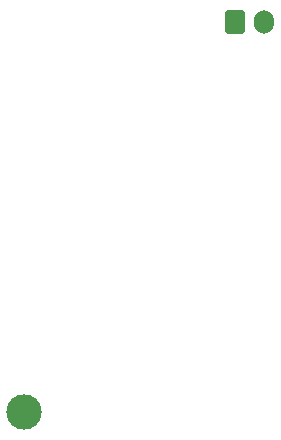
<source format=gbr>
%TF.GenerationSoftware,KiCad,Pcbnew,7.0.8*%
%TF.CreationDate,2023-10-12T16:07:18-07:00*%
%TF.ProjectId,Lab1_555TimerCircuit,4c616231-5f35-4353-9554-696d65724369,rev?*%
%TF.SameCoordinates,Original*%
%TF.FileFunction,Soldermask,Bot*%
%TF.FilePolarity,Negative*%
%FSLAX46Y46*%
G04 Gerber Fmt 4.6, Leading zero omitted, Abs format (unit mm)*
G04 Created by KiCad (PCBNEW 7.0.8) date 2023-10-12 16:07:18*
%MOMM*%
%LPD*%
G01*
G04 APERTURE LIST*
G04 Aperture macros list*
%AMRoundRect*
0 Rectangle with rounded corners*
0 $1 Rounding radius*
0 $2 $3 $4 $5 $6 $7 $8 $9 X,Y pos of 4 corners*
0 Add a 4 corners polygon primitive as box body*
4,1,4,$2,$3,$4,$5,$6,$7,$8,$9,$2,$3,0*
0 Add four circle primitives for the rounded corners*
1,1,$1+$1,$2,$3*
1,1,$1+$1,$4,$5*
1,1,$1+$1,$6,$7*
1,1,$1+$1,$8,$9*
0 Add four rect primitives between the rounded corners*
20,1,$1+$1,$2,$3,$4,$5,0*
20,1,$1+$1,$4,$5,$6,$7,0*
20,1,$1+$1,$6,$7,$8,$9,0*
20,1,$1+$1,$8,$9,$2,$3,0*%
G04 Aperture macros list end*
%ADD10C,3.000000*%
%ADD11O,1.700000X2.000000*%
%ADD12RoundRect,0.250000X-0.600000X-0.750000X0.600000X-0.750000X0.600000X0.750000X-0.600000X0.750000X0*%
G04 APERTURE END LIST*
D10*
%TO.C,REF\u002A\u002A*%
X68580000Y-104140000D03*
%TD*%
D11*
%TO.C,J1*%
X88900000Y-71120000D03*
D12*
X86400000Y-71120000D03*
%TD*%
M02*

</source>
